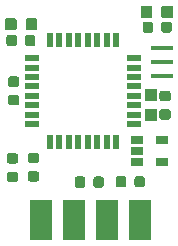
<source format=gtp>
G04 #@! TF.GenerationSoftware,KiCad,Pcbnew,(5.1.5)-3*
G04 #@! TF.CreationDate,2020-04-21T17:30:06+02:00*
G04 #@! TF.ProjectId,Wegard_Logger,57656761-7264-45f4-9c6f-676765722e6b,rev?*
G04 #@! TF.SameCoordinates,Original*
G04 #@! TF.FileFunction,Paste,Top*
G04 #@! TF.FilePolarity,Positive*
%FSLAX46Y46*%
G04 Gerber Fmt 4.6, Leading zero omitted, Abs format (unit mm)*
G04 Created by KiCad (PCBNEW (5.1.5)-3) date 2020-04-21 17:30:06*
%MOMM*%
%LPD*%
G04 APERTURE LIST*
%ADD10R,1.060000X0.650000*%
%ADD11C,0.100000*%
%ADD12R,1.900000X0.400000*%
%ADD13R,1.846667X3.480000*%
%ADD14R,0.558800X1.270000*%
%ADD15R,1.270000X0.558800*%
%ADD16R,1.000000X1.100000*%
G04 APERTURE END LIST*
D10*
X154714121Y-108501141D03*
X154714121Y-110401141D03*
X152514121Y-110401141D03*
X152514121Y-109451141D03*
X152514121Y-108501141D03*
D11*
G36*
X149541491Y-111590853D02*
G01*
X149562726Y-111594003D01*
X149583550Y-111599219D01*
X149603762Y-111606451D01*
X149623168Y-111615630D01*
X149641581Y-111626666D01*
X149658824Y-111639454D01*
X149674730Y-111653870D01*
X149689146Y-111669776D01*
X149701934Y-111687019D01*
X149712970Y-111705432D01*
X149722149Y-111724838D01*
X149729381Y-111745050D01*
X149734597Y-111765874D01*
X149737747Y-111787109D01*
X149738800Y-111808550D01*
X149738800Y-112321050D01*
X149737747Y-112342491D01*
X149734597Y-112363726D01*
X149729381Y-112384550D01*
X149722149Y-112404762D01*
X149712970Y-112424168D01*
X149701934Y-112442581D01*
X149689146Y-112459824D01*
X149674730Y-112475730D01*
X149658824Y-112490146D01*
X149641581Y-112502934D01*
X149623168Y-112513970D01*
X149603762Y-112523149D01*
X149583550Y-112530381D01*
X149562726Y-112535597D01*
X149541491Y-112538747D01*
X149520050Y-112539800D01*
X149082550Y-112539800D01*
X149061109Y-112538747D01*
X149039874Y-112535597D01*
X149019050Y-112530381D01*
X148998838Y-112523149D01*
X148979432Y-112513970D01*
X148961019Y-112502934D01*
X148943776Y-112490146D01*
X148927870Y-112475730D01*
X148913454Y-112459824D01*
X148900666Y-112442581D01*
X148889630Y-112424168D01*
X148880451Y-112404762D01*
X148873219Y-112384550D01*
X148868003Y-112363726D01*
X148864853Y-112342491D01*
X148863800Y-112321050D01*
X148863800Y-111808550D01*
X148864853Y-111787109D01*
X148868003Y-111765874D01*
X148873219Y-111745050D01*
X148880451Y-111724838D01*
X148889630Y-111705432D01*
X148900666Y-111687019D01*
X148913454Y-111669776D01*
X148927870Y-111653870D01*
X148943776Y-111639454D01*
X148961019Y-111626666D01*
X148979432Y-111615630D01*
X148998838Y-111606451D01*
X149019050Y-111599219D01*
X149039874Y-111594003D01*
X149061109Y-111590853D01*
X149082550Y-111589800D01*
X149520050Y-111589800D01*
X149541491Y-111590853D01*
G37*
G36*
X147966491Y-111590853D02*
G01*
X147987726Y-111594003D01*
X148008550Y-111599219D01*
X148028762Y-111606451D01*
X148048168Y-111615630D01*
X148066581Y-111626666D01*
X148083824Y-111639454D01*
X148099730Y-111653870D01*
X148114146Y-111669776D01*
X148126934Y-111687019D01*
X148137970Y-111705432D01*
X148147149Y-111724838D01*
X148154381Y-111745050D01*
X148159597Y-111765874D01*
X148162747Y-111787109D01*
X148163800Y-111808550D01*
X148163800Y-112321050D01*
X148162747Y-112342491D01*
X148159597Y-112363726D01*
X148154381Y-112384550D01*
X148147149Y-112404762D01*
X148137970Y-112424168D01*
X148126934Y-112442581D01*
X148114146Y-112459824D01*
X148099730Y-112475730D01*
X148083824Y-112490146D01*
X148066581Y-112502934D01*
X148048168Y-112513970D01*
X148028762Y-112523149D01*
X148008550Y-112530381D01*
X147987726Y-112535597D01*
X147966491Y-112538747D01*
X147945050Y-112539800D01*
X147507550Y-112539800D01*
X147486109Y-112538747D01*
X147464874Y-112535597D01*
X147444050Y-112530381D01*
X147423838Y-112523149D01*
X147404432Y-112513970D01*
X147386019Y-112502934D01*
X147368776Y-112490146D01*
X147352870Y-112475730D01*
X147338454Y-112459824D01*
X147325666Y-112442581D01*
X147314630Y-112424168D01*
X147305451Y-112404762D01*
X147298219Y-112384550D01*
X147293003Y-112363726D01*
X147289853Y-112342491D01*
X147288800Y-112321050D01*
X147288800Y-111808550D01*
X147289853Y-111787109D01*
X147293003Y-111765874D01*
X147298219Y-111745050D01*
X147305451Y-111724838D01*
X147314630Y-111705432D01*
X147325666Y-111687019D01*
X147338454Y-111669776D01*
X147352870Y-111653870D01*
X147368776Y-111639454D01*
X147386019Y-111626666D01*
X147404432Y-111615630D01*
X147423838Y-111606451D01*
X147444050Y-111599219D01*
X147464874Y-111594003D01*
X147486109Y-111590853D01*
X147507550Y-111589800D01*
X147945050Y-111589800D01*
X147966491Y-111590853D01*
G37*
G36*
X153021291Y-111565453D02*
G01*
X153042526Y-111568603D01*
X153063350Y-111573819D01*
X153083562Y-111581051D01*
X153102968Y-111590230D01*
X153121381Y-111601266D01*
X153138624Y-111614054D01*
X153154530Y-111628470D01*
X153168946Y-111644376D01*
X153181734Y-111661619D01*
X153192770Y-111680032D01*
X153201949Y-111699438D01*
X153209181Y-111719650D01*
X153214397Y-111740474D01*
X153217547Y-111761709D01*
X153218600Y-111783150D01*
X153218600Y-112295650D01*
X153217547Y-112317091D01*
X153214397Y-112338326D01*
X153209181Y-112359150D01*
X153201949Y-112379362D01*
X153192770Y-112398768D01*
X153181734Y-112417181D01*
X153168946Y-112434424D01*
X153154530Y-112450330D01*
X153138624Y-112464746D01*
X153121381Y-112477534D01*
X153102968Y-112488570D01*
X153083562Y-112497749D01*
X153063350Y-112504981D01*
X153042526Y-112510197D01*
X153021291Y-112513347D01*
X152999850Y-112514400D01*
X152562350Y-112514400D01*
X152540909Y-112513347D01*
X152519674Y-112510197D01*
X152498850Y-112504981D01*
X152478638Y-112497749D01*
X152459232Y-112488570D01*
X152440819Y-112477534D01*
X152423576Y-112464746D01*
X152407670Y-112450330D01*
X152393254Y-112434424D01*
X152380466Y-112417181D01*
X152369430Y-112398768D01*
X152360251Y-112379362D01*
X152353019Y-112359150D01*
X152347803Y-112338326D01*
X152344653Y-112317091D01*
X152343600Y-112295650D01*
X152343600Y-111783150D01*
X152344653Y-111761709D01*
X152347803Y-111740474D01*
X152353019Y-111719650D01*
X152360251Y-111699438D01*
X152369430Y-111680032D01*
X152380466Y-111661619D01*
X152393254Y-111644376D01*
X152407670Y-111628470D01*
X152423576Y-111614054D01*
X152440819Y-111601266D01*
X152459232Y-111590230D01*
X152478638Y-111581051D01*
X152498850Y-111573819D01*
X152519674Y-111568603D01*
X152540909Y-111565453D01*
X152562350Y-111564400D01*
X152999850Y-111564400D01*
X153021291Y-111565453D01*
G37*
G36*
X151446291Y-111565453D02*
G01*
X151467526Y-111568603D01*
X151488350Y-111573819D01*
X151508562Y-111581051D01*
X151527968Y-111590230D01*
X151546381Y-111601266D01*
X151563624Y-111614054D01*
X151579530Y-111628470D01*
X151593946Y-111644376D01*
X151606734Y-111661619D01*
X151617770Y-111680032D01*
X151626949Y-111699438D01*
X151634181Y-111719650D01*
X151639397Y-111740474D01*
X151642547Y-111761709D01*
X151643600Y-111783150D01*
X151643600Y-112295650D01*
X151642547Y-112317091D01*
X151639397Y-112338326D01*
X151634181Y-112359150D01*
X151626949Y-112379362D01*
X151617770Y-112398768D01*
X151606734Y-112417181D01*
X151593946Y-112434424D01*
X151579530Y-112450330D01*
X151563624Y-112464746D01*
X151546381Y-112477534D01*
X151527968Y-112488570D01*
X151508562Y-112497749D01*
X151488350Y-112504981D01*
X151467526Y-112510197D01*
X151446291Y-112513347D01*
X151424850Y-112514400D01*
X150987350Y-112514400D01*
X150965909Y-112513347D01*
X150944674Y-112510197D01*
X150923850Y-112504981D01*
X150903638Y-112497749D01*
X150884232Y-112488570D01*
X150865819Y-112477534D01*
X150848576Y-112464746D01*
X150832670Y-112450330D01*
X150818254Y-112434424D01*
X150805466Y-112417181D01*
X150794430Y-112398768D01*
X150785251Y-112379362D01*
X150778019Y-112359150D01*
X150772803Y-112338326D01*
X150769653Y-112317091D01*
X150768600Y-112295650D01*
X150768600Y-111783150D01*
X150769653Y-111761709D01*
X150772803Y-111740474D01*
X150778019Y-111719650D01*
X150785251Y-111699438D01*
X150794430Y-111680032D01*
X150805466Y-111661619D01*
X150818254Y-111644376D01*
X150832670Y-111628470D01*
X150848576Y-111614054D01*
X150865819Y-111601266D01*
X150884232Y-111590230D01*
X150903638Y-111581051D01*
X150923850Y-111573819D01*
X150944674Y-111568603D01*
X150965909Y-111565453D01*
X150987350Y-111564400D01*
X151424850Y-111564400D01*
X151446291Y-111565453D01*
G37*
G36*
X142390691Y-103119253D02*
G01*
X142411926Y-103122403D01*
X142432750Y-103127619D01*
X142452962Y-103134851D01*
X142472368Y-103144030D01*
X142490781Y-103155066D01*
X142508024Y-103167854D01*
X142523930Y-103182270D01*
X142538346Y-103198176D01*
X142551134Y-103215419D01*
X142562170Y-103233832D01*
X142571349Y-103253238D01*
X142578581Y-103273450D01*
X142583797Y-103294274D01*
X142586947Y-103315509D01*
X142588000Y-103336950D01*
X142588000Y-103774450D01*
X142586947Y-103795891D01*
X142583797Y-103817126D01*
X142578581Y-103837950D01*
X142571349Y-103858162D01*
X142562170Y-103877568D01*
X142551134Y-103895981D01*
X142538346Y-103913224D01*
X142523930Y-103929130D01*
X142508024Y-103943546D01*
X142490781Y-103956334D01*
X142472368Y-103967370D01*
X142452962Y-103976549D01*
X142432750Y-103983781D01*
X142411926Y-103988997D01*
X142390691Y-103992147D01*
X142369250Y-103993200D01*
X141856750Y-103993200D01*
X141835309Y-103992147D01*
X141814074Y-103988997D01*
X141793250Y-103983781D01*
X141773038Y-103976549D01*
X141753632Y-103967370D01*
X141735219Y-103956334D01*
X141717976Y-103943546D01*
X141702070Y-103929130D01*
X141687654Y-103913224D01*
X141674866Y-103895981D01*
X141663830Y-103877568D01*
X141654651Y-103858162D01*
X141647419Y-103837950D01*
X141642203Y-103817126D01*
X141639053Y-103795891D01*
X141638000Y-103774450D01*
X141638000Y-103336950D01*
X141639053Y-103315509D01*
X141642203Y-103294274D01*
X141647419Y-103273450D01*
X141654651Y-103253238D01*
X141663830Y-103233832D01*
X141674866Y-103215419D01*
X141687654Y-103198176D01*
X141702070Y-103182270D01*
X141717976Y-103167854D01*
X141735219Y-103155066D01*
X141753632Y-103144030D01*
X141773038Y-103134851D01*
X141793250Y-103127619D01*
X141814074Y-103122403D01*
X141835309Y-103119253D01*
X141856750Y-103118200D01*
X142369250Y-103118200D01*
X142390691Y-103119253D01*
G37*
G36*
X142390691Y-104694253D02*
G01*
X142411926Y-104697403D01*
X142432750Y-104702619D01*
X142452962Y-104709851D01*
X142472368Y-104719030D01*
X142490781Y-104730066D01*
X142508024Y-104742854D01*
X142523930Y-104757270D01*
X142538346Y-104773176D01*
X142551134Y-104790419D01*
X142562170Y-104808832D01*
X142571349Y-104828238D01*
X142578581Y-104848450D01*
X142583797Y-104869274D01*
X142586947Y-104890509D01*
X142588000Y-104911950D01*
X142588000Y-105349450D01*
X142586947Y-105370891D01*
X142583797Y-105392126D01*
X142578581Y-105412950D01*
X142571349Y-105433162D01*
X142562170Y-105452568D01*
X142551134Y-105470981D01*
X142538346Y-105488224D01*
X142523930Y-105504130D01*
X142508024Y-105518546D01*
X142490781Y-105531334D01*
X142472368Y-105542370D01*
X142452962Y-105551549D01*
X142432750Y-105558781D01*
X142411926Y-105563997D01*
X142390691Y-105567147D01*
X142369250Y-105568200D01*
X141856750Y-105568200D01*
X141835309Y-105567147D01*
X141814074Y-105563997D01*
X141793250Y-105558781D01*
X141773038Y-105551549D01*
X141753632Y-105542370D01*
X141735219Y-105531334D01*
X141717976Y-105518546D01*
X141702070Y-105504130D01*
X141687654Y-105488224D01*
X141674866Y-105470981D01*
X141663830Y-105452568D01*
X141654651Y-105433162D01*
X141647419Y-105412950D01*
X141642203Y-105392126D01*
X141639053Y-105370891D01*
X141638000Y-105349450D01*
X141638000Y-104911950D01*
X141639053Y-104890509D01*
X141642203Y-104869274D01*
X141647419Y-104848450D01*
X141654651Y-104828238D01*
X141663830Y-104808832D01*
X141674866Y-104790419D01*
X141687654Y-104773176D01*
X141702070Y-104757270D01*
X141717976Y-104742854D01*
X141735219Y-104730066D01*
X141753632Y-104719030D01*
X141773038Y-104709851D01*
X141793250Y-104702619D01*
X141814074Y-104697403D01*
X141835309Y-104694253D01*
X141856750Y-104693200D01*
X142369250Y-104693200D01*
X142390691Y-104694253D01*
G37*
G36*
X142177831Y-99604591D02*
G01*
X142199066Y-99607741D01*
X142219890Y-99612957D01*
X142240102Y-99620189D01*
X142259508Y-99629368D01*
X142277921Y-99640404D01*
X142295164Y-99653192D01*
X142311070Y-99667608D01*
X142325486Y-99683514D01*
X142338274Y-99700757D01*
X142349310Y-99719170D01*
X142358489Y-99738576D01*
X142365721Y-99758788D01*
X142370937Y-99779612D01*
X142374087Y-99800847D01*
X142375140Y-99822288D01*
X142375140Y-100334788D01*
X142374087Y-100356229D01*
X142370937Y-100377464D01*
X142365721Y-100398288D01*
X142358489Y-100418500D01*
X142349310Y-100437906D01*
X142338274Y-100456319D01*
X142325486Y-100473562D01*
X142311070Y-100489468D01*
X142295164Y-100503884D01*
X142277921Y-100516672D01*
X142259508Y-100527708D01*
X142240102Y-100536887D01*
X142219890Y-100544119D01*
X142199066Y-100549335D01*
X142177831Y-100552485D01*
X142156390Y-100553538D01*
X141718890Y-100553538D01*
X141697449Y-100552485D01*
X141676214Y-100549335D01*
X141655390Y-100544119D01*
X141635178Y-100536887D01*
X141615772Y-100527708D01*
X141597359Y-100516672D01*
X141580116Y-100503884D01*
X141564210Y-100489468D01*
X141549794Y-100473562D01*
X141537006Y-100456319D01*
X141525970Y-100437906D01*
X141516791Y-100418500D01*
X141509559Y-100398288D01*
X141504343Y-100377464D01*
X141501193Y-100356229D01*
X141500140Y-100334788D01*
X141500140Y-99822288D01*
X141501193Y-99800847D01*
X141504343Y-99779612D01*
X141509559Y-99758788D01*
X141516791Y-99738576D01*
X141525970Y-99719170D01*
X141537006Y-99700757D01*
X141549794Y-99683514D01*
X141564210Y-99667608D01*
X141580116Y-99653192D01*
X141597359Y-99640404D01*
X141615772Y-99629368D01*
X141635178Y-99620189D01*
X141655390Y-99612957D01*
X141676214Y-99607741D01*
X141697449Y-99604591D01*
X141718890Y-99603538D01*
X142156390Y-99603538D01*
X142177831Y-99604591D01*
G37*
G36*
X143752831Y-99604591D02*
G01*
X143774066Y-99607741D01*
X143794890Y-99612957D01*
X143815102Y-99620189D01*
X143834508Y-99629368D01*
X143852921Y-99640404D01*
X143870164Y-99653192D01*
X143886070Y-99667608D01*
X143900486Y-99683514D01*
X143913274Y-99700757D01*
X143924310Y-99719170D01*
X143933489Y-99738576D01*
X143940721Y-99758788D01*
X143945937Y-99779612D01*
X143949087Y-99800847D01*
X143950140Y-99822288D01*
X143950140Y-100334788D01*
X143949087Y-100356229D01*
X143945937Y-100377464D01*
X143940721Y-100398288D01*
X143933489Y-100418500D01*
X143924310Y-100437906D01*
X143913274Y-100456319D01*
X143900486Y-100473562D01*
X143886070Y-100489468D01*
X143870164Y-100503884D01*
X143852921Y-100516672D01*
X143834508Y-100527708D01*
X143815102Y-100536887D01*
X143794890Y-100544119D01*
X143774066Y-100549335D01*
X143752831Y-100552485D01*
X143731390Y-100553538D01*
X143293890Y-100553538D01*
X143272449Y-100552485D01*
X143251214Y-100549335D01*
X143230390Y-100544119D01*
X143210178Y-100536887D01*
X143190772Y-100527708D01*
X143172359Y-100516672D01*
X143155116Y-100503884D01*
X143139210Y-100489468D01*
X143124794Y-100473562D01*
X143112006Y-100456319D01*
X143100970Y-100437906D01*
X143091791Y-100418500D01*
X143084559Y-100398288D01*
X143079343Y-100377464D01*
X143076193Y-100356229D01*
X143075140Y-100334788D01*
X143075140Y-99822288D01*
X143076193Y-99800847D01*
X143079343Y-99779612D01*
X143084559Y-99758788D01*
X143091791Y-99738576D01*
X143100970Y-99719170D01*
X143112006Y-99700757D01*
X143124794Y-99683514D01*
X143139210Y-99667608D01*
X143155116Y-99653192D01*
X143172359Y-99640404D01*
X143190772Y-99629368D01*
X143210178Y-99620189D01*
X143230390Y-99612957D01*
X143251214Y-99607741D01*
X143272449Y-99604591D01*
X143293890Y-99603538D01*
X143731390Y-99603538D01*
X143752831Y-99604591D01*
G37*
G36*
X142289091Y-111196653D02*
G01*
X142310326Y-111199803D01*
X142331150Y-111205019D01*
X142351362Y-111212251D01*
X142370768Y-111221430D01*
X142389181Y-111232466D01*
X142406424Y-111245254D01*
X142422330Y-111259670D01*
X142436746Y-111275576D01*
X142449534Y-111292819D01*
X142460570Y-111311232D01*
X142469749Y-111330638D01*
X142476981Y-111350850D01*
X142482197Y-111371674D01*
X142485347Y-111392909D01*
X142486400Y-111414350D01*
X142486400Y-111851850D01*
X142485347Y-111873291D01*
X142482197Y-111894526D01*
X142476981Y-111915350D01*
X142469749Y-111935562D01*
X142460570Y-111954968D01*
X142449534Y-111973381D01*
X142436746Y-111990624D01*
X142422330Y-112006530D01*
X142406424Y-112020946D01*
X142389181Y-112033734D01*
X142370768Y-112044770D01*
X142351362Y-112053949D01*
X142331150Y-112061181D01*
X142310326Y-112066397D01*
X142289091Y-112069547D01*
X142267650Y-112070600D01*
X141755150Y-112070600D01*
X141733709Y-112069547D01*
X141712474Y-112066397D01*
X141691650Y-112061181D01*
X141671438Y-112053949D01*
X141652032Y-112044770D01*
X141633619Y-112033734D01*
X141616376Y-112020946D01*
X141600470Y-112006530D01*
X141586054Y-111990624D01*
X141573266Y-111973381D01*
X141562230Y-111954968D01*
X141553051Y-111935562D01*
X141545819Y-111915350D01*
X141540603Y-111894526D01*
X141537453Y-111873291D01*
X141536400Y-111851850D01*
X141536400Y-111414350D01*
X141537453Y-111392909D01*
X141540603Y-111371674D01*
X141545819Y-111350850D01*
X141553051Y-111330638D01*
X141562230Y-111311232D01*
X141573266Y-111292819D01*
X141586054Y-111275576D01*
X141600470Y-111259670D01*
X141616376Y-111245254D01*
X141633619Y-111232466D01*
X141652032Y-111221430D01*
X141671438Y-111212251D01*
X141691650Y-111205019D01*
X141712474Y-111199803D01*
X141733709Y-111196653D01*
X141755150Y-111195600D01*
X142267650Y-111195600D01*
X142289091Y-111196653D01*
G37*
G36*
X142289091Y-109621653D02*
G01*
X142310326Y-109624803D01*
X142331150Y-109630019D01*
X142351362Y-109637251D01*
X142370768Y-109646430D01*
X142389181Y-109657466D01*
X142406424Y-109670254D01*
X142422330Y-109684670D01*
X142436746Y-109700576D01*
X142449534Y-109717819D01*
X142460570Y-109736232D01*
X142469749Y-109755638D01*
X142476981Y-109775850D01*
X142482197Y-109796674D01*
X142485347Y-109817909D01*
X142486400Y-109839350D01*
X142486400Y-110276850D01*
X142485347Y-110298291D01*
X142482197Y-110319526D01*
X142476981Y-110340350D01*
X142469749Y-110360562D01*
X142460570Y-110379968D01*
X142449534Y-110398381D01*
X142436746Y-110415624D01*
X142422330Y-110431530D01*
X142406424Y-110445946D01*
X142389181Y-110458734D01*
X142370768Y-110469770D01*
X142351362Y-110478949D01*
X142331150Y-110486181D01*
X142310326Y-110491397D01*
X142289091Y-110494547D01*
X142267650Y-110495600D01*
X141755150Y-110495600D01*
X141733709Y-110494547D01*
X141712474Y-110491397D01*
X141691650Y-110486181D01*
X141671438Y-110478949D01*
X141652032Y-110469770D01*
X141633619Y-110458734D01*
X141616376Y-110445946D01*
X141600470Y-110431530D01*
X141586054Y-110415624D01*
X141573266Y-110398381D01*
X141562230Y-110379968D01*
X141553051Y-110360562D01*
X141545819Y-110340350D01*
X141540603Y-110319526D01*
X141537453Y-110298291D01*
X141536400Y-110276850D01*
X141536400Y-109839350D01*
X141537453Y-109817909D01*
X141540603Y-109796674D01*
X141545819Y-109775850D01*
X141553051Y-109755638D01*
X141562230Y-109736232D01*
X141573266Y-109717819D01*
X141586054Y-109700576D01*
X141600470Y-109684670D01*
X141616376Y-109670254D01*
X141633619Y-109657466D01*
X141652032Y-109646430D01*
X141671438Y-109637251D01*
X141691650Y-109630019D01*
X141712474Y-109624803D01*
X141733709Y-109621653D01*
X141755150Y-109620600D01*
X142267650Y-109620600D01*
X142289091Y-109621653D01*
G37*
G36*
X153717047Y-98474300D02*
G01*
X153738282Y-98477450D01*
X153759106Y-98482666D01*
X153779318Y-98489898D01*
X153798724Y-98499077D01*
X153817137Y-98510113D01*
X153834380Y-98522901D01*
X153850286Y-98537317D01*
X153864702Y-98553223D01*
X153877490Y-98570466D01*
X153888526Y-98588879D01*
X153897705Y-98608285D01*
X153904937Y-98628497D01*
X153910153Y-98649321D01*
X153913303Y-98670556D01*
X153914356Y-98691997D01*
X153914356Y-99204497D01*
X153913303Y-99225938D01*
X153910153Y-99247173D01*
X153904937Y-99267997D01*
X153897705Y-99288209D01*
X153888526Y-99307615D01*
X153877490Y-99326028D01*
X153864702Y-99343271D01*
X153850286Y-99359177D01*
X153834380Y-99373593D01*
X153817137Y-99386381D01*
X153798724Y-99397417D01*
X153779318Y-99406596D01*
X153759106Y-99413828D01*
X153738282Y-99419044D01*
X153717047Y-99422194D01*
X153695606Y-99423247D01*
X153258106Y-99423247D01*
X153236665Y-99422194D01*
X153215430Y-99419044D01*
X153194606Y-99413828D01*
X153174394Y-99406596D01*
X153154988Y-99397417D01*
X153136575Y-99386381D01*
X153119332Y-99373593D01*
X153103426Y-99359177D01*
X153089010Y-99343271D01*
X153076222Y-99326028D01*
X153065186Y-99307615D01*
X153056007Y-99288209D01*
X153048775Y-99267997D01*
X153043559Y-99247173D01*
X153040409Y-99225938D01*
X153039356Y-99204497D01*
X153039356Y-98691997D01*
X153040409Y-98670556D01*
X153043559Y-98649321D01*
X153048775Y-98628497D01*
X153056007Y-98608285D01*
X153065186Y-98588879D01*
X153076222Y-98570466D01*
X153089010Y-98553223D01*
X153103426Y-98537317D01*
X153119332Y-98522901D01*
X153136575Y-98510113D01*
X153154988Y-98499077D01*
X153174394Y-98489898D01*
X153194606Y-98482666D01*
X153215430Y-98477450D01*
X153236665Y-98474300D01*
X153258106Y-98473247D01*
X153695606Y-98473247D01*
X153717047Y-98474300D01*
G37*
G36*
X155292047Y-98474300D02*
G01*
X155313282Y-98477450D01*
X155334106Y-98482666D01*
X155354318Y-98489898D01*
X155373724Y-98499077D01*
X155392137Y-98510113D01*
X155409380Y-98522901D01*
X155425286Y-98537317D01*
X155439702Y-98553223D01*
X155452490Y-98570466D01*
X155463526Y-98588879D01*
X155472705Y-98608285D01*
X155479937Y-98628497D01*
X155485153Y-98649321D01*
X155488303Y-98670556D01*
X155489356Y-98691997D01*
X155489356Y-99204497D01*
X155488303Y-99225938D01*
X155485153Y-99247173D01*
X155479937Y-99267997D01*
X155472705Y-99288209D01*
X155463526Y-99307615D01*
X155452490Y-99326028D01*
X155439702Y-99343271D01*
X155425286Y-99359177D01*
X155409380Y-99373593D01*
X155392137Y-99386381D01*
X155373724Y-99397417D01*
X155354318Y-99406596D01*
X155334106Y-99413828D01*
X155313282Y-99419044D01*
X155292047Y-99422194D01*
X155270606Y-99423247D01*
X154833106Y-99423247D01*
X154811665Y-99422194D01*
X154790430Y-99419044D01*
X154769606Y-99413828D01*
X154749394Y-99406596D01*
X154729988Y-99397417D01*
X154711575Y-99386381D01*
X154694332Y-99373593D01*
X154678426Y-99359177D01*
X154664010Y-99343271D01*
X154651222Y-99326028D01*
X154640186Y-99307615D01*
X154631007Y-99288209D01*
X154623775Y-99267997D01*
X154618559Y-99247173D01*
X154615409Y-99225938D01*
X154614356Y-99204497D01*
X154614356Y-98691997D01*
X154615409Y-98670556D01*
X154618559Y-98649321D01*
X154623775Y-98628497D01*
X154631007Y-98608285D01*
X154640186Y-98588879D01*
X154651222Y-98570466D01*
X154664010Y-98553223D01*
X154678426Y-98537317D01*
X154694332Y-98522901D01*
X154711575Y-98510113D01*
X154729988Y-98499077D01*
X154749394Y-98489898D01*
X154769606Y-98482666D01*
X154790430Y-98477450D01*
X154811665Y-98474300D01*
X154833106Y-98473247D01*
X155270606Y-98473247D01*
X155292047Y-98474300D01*
G37*
G36*
X144067091Y-109570853D02*
G01*
X144088326Y-109574003D01*
X144109150Y-109579219D01*
X144129362Y-109586451D01*
X144148768Y-109595630D01*
X144167181Y-109606666D01*
X144184424Y-109619454D01*
X144200330Y-109633870D01*
X144214746Y-109649776D01*
X144227534Y-109667019D01*
X144238570Y-109685432D01*
X144247749Y-109704838D01*
X144254981Y-109725050D01*
X144260197Y-109745874D01*
X144263347Y-109767109D01*
X144264400Y-109788550D01*
X144264400Y-110226050D01*
X144263347Y-110247491D01*
X144260197Y-110268726D01*
X144254981Y-110289550D01*
X144247749Y-110309762D01*
X144238570Y-110329168D01*
X144227534Y-110347581D01*
X144214746Y-110364824D01*
X144200330Y-110380730D01*
X144184424Y-110395146D01*
X144167181Y-110407934D01*
X144148768Y-110418970D01*
X144129362Y-110428149D01*
X144109150Y-110435381D01*
X144088326Y-110440597D01*
X144067091Y-110443747D01*
X144045650Y-110444800D01*
X143533150Y-110444800D01*
X143511709Y-110443747D01*
X143490474Y-110440597D01*
X143469650Y-110435381D01*
X143449438Y-110428149D01*
X143430032Y-110418970D01*
X143411619Y-110407934D01*
X143394376Y-110395146D01*
X143378470Y-110380730D01*
X143364054Y-110364824D01*
X143351266Y-110347581D01*
X143340230Y-110329168D01*
X143331051Y-110309762D01*
X143323819Y-110289550D01*
X143318603Y-110268726D01*
X143315453Y-110247491D01*
X143314400Y-110226050D01*
X143314400Y-109788550D01*
X143315453Y-109767109D01*
X143318603Y-109745874D01*
X143323819Y-109725050D01*
X143331051Y-109704838D01*
X143340230Y-109685432D01*
X143351266Y-109667019D01*
X143364054Y-109649776D01*
X143378470Y-109633870D01*
X143394376Y-109619454D01*
X143411619Y-109606666D01*
X143430032Y-109595630D01*
X143449438Y-109586451D01*
X143469650Y-109579219D01*
X143490474Y-109574003D01*
X143511709Y-109570853D01*
X143533150Y-109569800D01*
X144045650Y-109569800D01*
X144067091Y-109570853D01*
G37*
G36*
X144067091Y-111145853D02*
G01*
X144088326Y-111149003D01*
X144109150Y-111154219D01*
X144129362Y-111161451D01*
X144148768Y-111170630D01*
X144167181Y-111181666D01*
X144184424Y-111194454D01*
X144200330Y-111208870D01*
X144214746Y-111224776D01*
X144227534Y-111242019D01*
X144238570Y-111260432D01*
X144247749Y-111279838D01*
X144254981Y-111300050D01*
X144260197Y-111320874D01*
X144263347Y-111342109D01*
X144264400Y-111363550D01*
X144264400Y-111801050D01*
X144263347Y-111822491D01*
X144260197Y-111843726D01*
X144254981Y-111864550D01*
X144247749Y-111884762D01*
X144238570Y-111904168D01*
X144227534Y-111922581D01*
X144214746Y-111939824D01*
X144200330Y-111955730D01*
X144184424Y-111970146D01*
X144167181Y-111982934D01*
X144148768Y-111993970D01*
X144129362Y-112003149D01*
X144109150Y-112010381D01*
X144088326Y-112015597D01*
X144067091Y-112018747D01*
X144045650Y-112019800D01*
X143533150Y-112019800D01*
X143511709Y-112018747D01*
X143490474Y-112015597D01*
X143469650Y-112010381D01*
X143449438Y-112003149D01*
X143430032Y-111993970D01*
X143411619Y-111982934D01*
X143394376Y-111970146D01*
X143378470Y-111955730D01*
X143364054Y-111939824D01*
X143351266Y-111922581D01*
X143340230Y-111904168D01*
X143331051Y-111884762D01*
X143323819Y-111864550D01*
X143318603Y-111843726D01*
X143315453Y-111822491D01*
X143314400Y-111801050D01*
X143314400Y-111363550D01*
X143315453Y-111342109D01*
X143318603Y-111320874D01*
X143323819Y-111300050D01*
X143331051Y-111279838D01*
X143340230Y-111260432D01*
X143351266Y-111242019D01*
X143364054Y-111224776D01*
X143378470Y-111208870D01*
X143394376Y-111194454D01*
X143411619Y-111181666D01*
X143430032Y-111170630D01*
X143449438Y-111161451D01*
X143469650Y-111154219D01*
X143490474Y-111149003D01*
X143511709Y-111145853D01*
X143533150Y-111144800D01*
X144045650Y-111144800D01*
X144067091Y-111145853D01*
G37*
G36*
X155204991Y-105913453D02*
G01*
X155226226Y-105916603D01*
X155247050Y-105921819D01*
X155267262Y-105929051D01*
X155286668Y-105938230D01*
X155305081Y-105949266D01*
X155322324Y-105962054D01*
X155338230Y-105976470D01*
X155352646Y-105992376D01*
X155365434Y-106009619D01*
X155376470Y-106028032D01*
X155385649Y-106047438D01*
X155392881Y-106067650D01*
X155398097Y-106088474D01*
X155401247Y-106109709D01*
X155402300Y-106131150D01*
X155402300Y-106568650D01*
X155401247Y-106590091D01*
X155398097Y-106611326D01*
X155392881Y-106632150D01*
X155385649Y-106652362D01*
X155376470Y-106671768D01*
X155365434Y-106690181D01*
X155352646Y-106707424D01*
X155338230Y-106723330D01*
X155322324Y-106737746D01*
X155305081Y-106750534D01*
X155286668Y-106761570D01*
X155267262Y-106770749D01*
X155247050Y-106777981D01*
X155226226Y-106783197D01*
X155204991Y-106786347D01*
X155183550Y-106787400D01*
X154671050Y-106787400D01*
X154649609Y-106786347D01*
X154628374Y-106783197D01*
X154607550Y-106777981D01*
X154587338Y-106770749D01*
X154567932Y-106761570D01*
X154549519Y-106750534D01*
X154532276Y-106737746D01*
X154516370Y-106723330D01*
X154501954Y-106707424D01*
X154489166Y-106690181D01*
X154478130Y-106671768D01*
X154468951Y-106652362D01*
X154461719Y-106632150D01*
X154456503Y-106611326D01*
X154453353Y-106590091D01*
X154452300Y-106568650D01*
X154452300Y-106131150D01*
X154453353Y-106109709D01*
X154456503Y-106088474D01*
X154461719Y-106067650D01*
X154468951Y-106047438D01*
X154478130Y-106028032D01*
X154489166Y-106009619D01*
X154501954Y-105992376D01*
X154516370Y-105976470D01*
X154532276Y-105962054D01*
X154549519Y-105949266D01*
X154567932Y-105938230D01*
X154587338Y-105929051D01*
X154607550Y-105921819D01*
X154628374Y-105916603D01*
X154649609Y-105913453D01*
X154671050Y-105912400D01*
X155183550Y-105912400D01*
X155204991Y-105913453D01*
G37*
G36*
X155204991Y-104338453D02*
G01*
X155226226Y-104341603D01*
X155247050Y-104346819D01*
X155267262Y-104354051D01*
X155286668Y-104363230D01*
X155305081Y-104374266D01*
X155322324Y-104387054D01*
X155338230Y-104401470D01*
X155352646Y-104417376D01*
X155365434Y-104434619D01*
X155376470Y-104453032D01*
X155385649Y-104472438D01*
X155392881Y-104492650D01*
X155398097Y-104513474D01*
X155401247Y-104534709D01*
X155402300Y-104556150D01*
X155402300Y-104993650D01*
X155401247Y-105015091D01*
X155398097Y-105036326D01*
X155392881Y-105057150D01*
X155385649Y-105077362D01*
X155376470Y-105096768D01*
X155365434Y-105115181D01*
X155352646Y-105132424D01*
X155338230Y-105148330D01*
X155322324Y-105162746D01*
X155305081Y-105175534D01*
X155286668Y-105186570D01*
X155267262Y-105195749D01*
X155247050Y-105202981D01*
X155226226Y-105208197D01*
X155204991Y-105211347D01*
X155183550Y-105212400D01*
X154671050Y-105212400D01*
X154649609Y-105211347D01*
X154628374Y-105208197D01*
X154607550Y-105202981D01*
X154587338Y-105195749D01*
X154567932Y-105186570D01*
X154549519Y-105175534D01*
X154532276Y-105162746D01*
X154516370Y-105148330D01*
X154501954Y-105132424D01*
X154489166Y-105115181D01*
X154478130Y-105096768D01*
X154468951Y-105077362D01*
X154461719Y-105057150D01*
X154456503Y-105036326D01*
X154453353Y-105015091D01*
X154452300Y-104993650D01*
X154452300Y-104556150D01*
X154453353Y-104534709D01*
X154456503Y-104513474D01*
X154461719Y-104492650D01*
X154468951Y-104472438D01*
X154478130Y-104453032D01*
X154489166Y-104434619D01*
X154501954Y-104417376D01*
X154516370Y-104401470D01*
X154532276Y-104387054D01*
X154549519Y-104374266D01*
X154567932Y-104363230D01*
X154587338Y-104354051D01*
X154607550Y-104346819D01*
X154628374Y-104341603D01*
X154649609Y-104338453D01*
X154671050Y-104337400D01*
X155183550Y-104337400D01*
X155204991Y-104338453D01*
G37*
D12*
X154686000Y-103104800D03*
X154686000Y-101904800D03*
X154686000Y-100704800D03*
D13*
X152770400Y-115239800D03*
X150000400Y-115239800D03*
X147230400Y-115239800D03*
X144460400Y-115239800D03*
D11*
G36*
X142230621Y-98215282D02*
G01*
X142245182Y-98217442D01*
X142259461Y-98221019D01*
X142273321Y-98225978D01*
X142286628Y-98232272D01*
X142299254Y-98239840D01*
X142311077Y-98248608D01*
X142321984Y-98258494D01*
X142331870Y-98269401D01*
X142340638Y-98281224D01*
X142348206Y-98293850D01*
X142354500Y-98307157D01*
X142359459Y-98321017D01*
X142363036Y-98335296D01*
X142365196Y-98349857D01*
X142365918Y-98364560D01*
X142365918Y-99064560D01*
X142365196Y-99079263D01*
X142363036Y-99093824D01*
X142359459Y-99108103D01*
X142354500Y-99121963D01*
X142348206Y-99135270D01*
X142340638Y-99147896D01*
X142331870Y-99159719D01*
X142321984Y-99170626D01*
X142311077Y-99180512D01*
X142299254Y-99189280D01*
X142286628Y-99196848D01*
X142273321Y-99203142D01*
X142259461Y-99208101D01*
X142245182Y-99211678D01*
X142230621Y-99213838D01*
X142215918Y-99214560D01*
X141515918Y-99214560D01*
X141501215Y-99213838D01*
X141486654Y-99211678D01*
X141472375Y-99208101D01*
X141458515Y-99203142D01*
X141445208Y-99196848D01*
X141432582Y-99189280D01*
X141420759Y-99180512D01*
X141409852Y-99170626D01*
X141399966Y-99159719D01*
X141391198Y-99147896D01*
X141383630Y-99135270D01*
X141377336Y-99121963D01*
X141372377Y-99108103D01*
X141368800Y-99093824D01*
X141366640Y-99079263D01*
X141365918Y-99064560D01*
X141365918Y-98364560D01*
X141366640Y-98349857D01*
X141368800Y-98335296D01*
X141372377Y-98321017D01*
X141377336Y-98307157D01*
X141383630Y-98293850D01*
X141391198Y-98281224D01*
X141399966Y-98269401D01*
X141409852Y-98258494D01*
X141420759Y-98248608D01*
X141432582Y-98239840D01*
X141445208Y-98232272D01*
X141458515Y-98225978D01*
X141472375Y-98221019D01*
X141486654Y-98217442D01*
X141501215Y-98215282D01*
X141515918Y-98214560D01*
X142215918Y-98214560D01*
X142230621Y-98215282D01*
G37*
G36*
X143984621Y-98215282D02*
G01*
X143999182Y-98217442D01*
X144013461Y-98221019D01*
X144027321Y-98225978D01*
X144040628Y-98232272D01*
X144053254Y-98239840D01*
X144065077Y-98248608D01*
X144075984Y-98258494D01*
X144085870Y-98269401D01*
X144094638Y-98281224D01*
X144102206Y-98293850D01*
X144108500Y-98307157D01*
X144113459Y-98321017D01*
X144117036Y-98335296D01*
X144119196Y-98349857D01*
X144119918Y-98364560D01*
X144119918Y-99064560D01*
X144119196Y-99079263D01*
X144117036Y-99093824D01*
X144113459Y-99108103D01*
X144108500Y-99121963D01*
X144102206Y-99135270D01*
X144094638Y-99147896D01*
X144085870Y-99159719D01*
X144075984Y-99170626D01*
X144065077Y-99180512D01*
X144053254Y-99189280D01*
X144040628Y-99196848D01*
X144027321Y-99203142D01*
X144013461Y-99208101D01*
X143999182Y-99211678D01*
X143984621Y-99213838D01*
X143969918Y-99214560D01*
X143269918Y-99214560D01*
X143255215Y-99213838D01*
X143240654Y-99211678D01*
X143226375Y-99208101D01*
X143212515Y-99203142D01*
X143199208Y-99196848D01*
X143186582Y-99189280D01*
X143174759Y-99180512D01*
X143163852Y-99170626D01*
X143153966Y-99159719D01*
X143145198Y-99147896D01*
X143137630Y-99135270D01*
X143131336Y-99121963D01*
X143126377Y-99108103D01*
X143122800Y-99093824D01*
X143120640Y-99079263D01*
X143119918Y-99064560D01*
X143119918Y-98364560D01*
X143120640Y-98349857D01*
X143122800Y-98335296D01*
X143126377Y-98321017D01*
X143131336Y-98307157D01*
X143137630Y-98293850D01*
X143145198Y-98281224D01*
X143153966Y-98269401D01*
X143163852Y-98258494D01*
X143174759Y-98248608D01*
X143186582Y-98239840D01*
X143199208Y-98232272D01*
X143212515Y-98225978D01*
X143226375Y-98221019D01*
X143240654Y-98217442D01*
X143255215Y-98215282D01*
X143269918Y-98214560D01*
X143969918Y-98214560D01*
X143984621Y-98215282D01*
G37*
G36*
X155483199Y-97163722D02*
G01*
X155497760Y-97165882D01*
X155512039Y-97169459D01*
X155525899Y-97174418D01*
X155539206Y-97180712D01*
X155551832Y-97188280D01*
X155563655Y-97197048D01*
X155574562Y-97206934D01*
X155584448Y-97217841D01*
X155593216Y-97229664D01*
X155600784Y-97242290D01*
X155607078Y-97255597D01*
X155612037Y-97269457D01*
X155615614Y-97283736D01*
X155617774Y-97298297D01*
X155618496Y-97313000D01*
X155618496Y-98013000D01*
X155617774Y-98027703D01*
X155615614Y-98042264D01*
X155612037Y-98056543D01*
X155607078Y-98070403D01*
X155600784Y-98083710D01*
X155593216Y-98096336D01*
X155584448Y-98108159D01*
X155574562Y-98119066D01*
X155563655Y-98128952D01*
X155551832Y-98137720D01*
X155539206Y-98145288D01*
X155525899Y-98151582D01*
X155512039Y-98156541D01*
X155497760Y-98160118D01*
X155483199Y-98162278D01*
X155468496Y-98163000D01*
X154768496Y-98163000D01*
X154753793Y-98162278D01*
X154739232Y-98160118D01*
X154724953Y-98156541D01*
X154711093Y-98151582D01*
X154697786Y-98145288D01*
X154685160Y-98137720D01*
X154673337Y-98128952D01*
X154662430Y-98119066D01*
X154652544Y-98108159D01*
X154643776Y-98096336D01*
X154636208Y-98083710D01*
X154629914Y-98070403D01*
X154624955Y-98056543D01*
X154621378Y-98042264D01*
X154619218Y-98027703D01*
X154618496Y-98013000D01*
X154618496Y-97313000D01*
X154619218Y-97298297D01*
X154621378Y-97283736D01*
X154624955Y-97269457D01*
X154629914Y-97255597D01*
X154636208Y-97242290D01*
X154643776Y-97229664D01*
X154652544Y-97217841D01*
X154662430Y-97206934D01*
X154673337Y-97197048D01*
X154685160Y-97188280D01*
X154697786Y-97180712D01*
X154711093Y-97174418D01*
X154724953Y-97169459D01*
X154739232Y-97165882D01*
X154753793Y-97163722D01*
X154768496Y-97163000D01*
X155468496Y-97163000D01*
X155483199Y-97163722D01*
G37*
G36*
X153729199Y-97163722D02*
G01*
X153743760Y-97165882D01*
X153758039Y-97169459D01*
X153771899Y-97174418D01*
X153785206Y-97180712D01*
X153797832Y-97188280D01*
X153809655Y-97197048D01*
X153820562Y-97206934D01*
X153830448Y-97217841D01*
X153839216Y-97229664D01*
X153846784Y-97242290D01*
X153853078Y-97255597D01*
X153858037Y-97269457D01*
X153861614Y-97283736D01*
X153863774Y-97298297D01*
X153864496Y-97313000D01*
X153864496Y-98013000D01*
X153863774Y-98027703D01*
X153861614Y-98042264D01*
X153858037Y-98056543D01*
X153853078Y-98070403D01*
X153846784Y-98083710D01*
X153839216Y-98096336D01*
X153830448Y-98108159D01*
X153820562Y-98119066D01*
X153809655Y-98128952D01*
X153797832Y-98137720D01*
X153785206Y-98145288D01*
X153771899Y-98151582D01*
X153758039Y-98156541D01*
X153743760Y-98160118D01*
X153729199Y-98162278D01*
X153714496Y-98163000D01*
X153014496Y-98163000D01*
X152999793Y-98162278D01*
X152985232Y-98160118D01*
X152970953Y-98156541D01*
X152957093Y-98151582D01*
X152943786Y-98145288D01*
X152931160Y-98137720D01*
X152919337Y-98128952D01*
X152908430Y-98119066D01*
X152898544Y-98108159D01*
X152889776Y-98096336D01*
X152882208Y-98083710D01*
X152875914Y-98070403D01*
X152870955Y-98056543D01*
X152867378Y-98042264D01*
X152865218Y-98027703D01*
X152864496Y-98013000D01*
X152864496Y-97313000D01*
X152865218Y-97298297D01*
X152867378Y-97283736D01*
X152870955Y-97269457D01*
X152875914Y-97255597D01*
X152882208Y-97242290D01*
X152889776Y-97229664D01*
X152898544Y-97217841D01*
X152908430Y-97206934D01*
X152919337Y-97197048D01*
X152931160Y-97188280D01*
X152943786Y-97180712D01*
X152957093Y-97174418D01*
X152970953Y-97169459D01*
X152985232Y-97165882D01*
X152999793Y-97163722D01*
X153014496Y-97163000D01*
X153714496Y-97163000D01*
X153729199Y-97163722D01*
G37*
D14*
X150793100Y-108661200D03*
X149993100Y-108661200D03*
X149193100Y-108661200D03*
X148393100Y-108661200D03*
X147593100Y-108661200D03*
X146793100Y-108661200D03*
X145993100Y-108661200D03*
X145193100Y-108661200D03*
D15*
X143700500Y-107168600D03*
X143700500Y-106368600D03*
X143700500Y-105568600D03*
X143700500Y-104768600D03*
X143700500Y-103968600D03*
X143700500Y-103168600D03*
X143700500Y-102368600D03*
X143700500Y-101568600D03*
D14*
X145193100Y-100076000D03*
X145993100Y-100076000D03*
X146793100Y-100076000D03*
X147593100Y-100076000D03*
X148393100Y-100076000D03*
X149193100Y-100076000D03*
X149993100Y-100076000D03*
X150793100Y-100076000D03*
D15*
X152285700Y-101568600D03*
X152285700Y-102368600D03*
X152285700Y-103168600D03*
X152285700Y-103968600D03*
X152285700Y-104768600D03*
X152285700Y-105568600D03*
X152285700Y-106368600D03*
X152285700Y-107168600D03*
D16*
X153708100Y-104712400D03*
X153708100Y-106412400D03*
M02*

</source>
